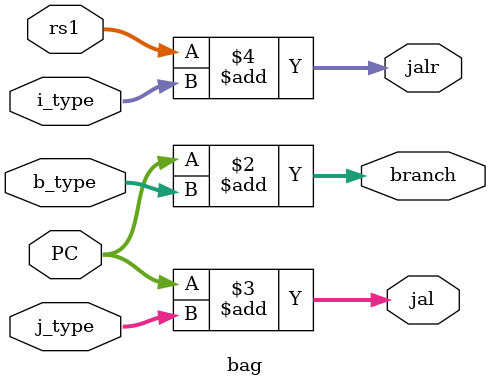
<source format=sv>
module bag(
		input logic [31:0] PC, // Program counter
		input logic [31:0] rs1, // Register source
		input logic [31:0] j_type, // imm jal value
		input logic [31:0] b_type, // imm branch value
		input logic [31:0] i_type, // imm jalr value
		output logic [31:0] jal, // jal output
		output logic [31:0] jalr, // jalr output
		output logic [31:0] branch // branch output
);

always_comb begin
		branch = PC + b_type;
		jal = PC + j_type;
		jalr = rs1 + i_type;

		end
endmodule
</source>
